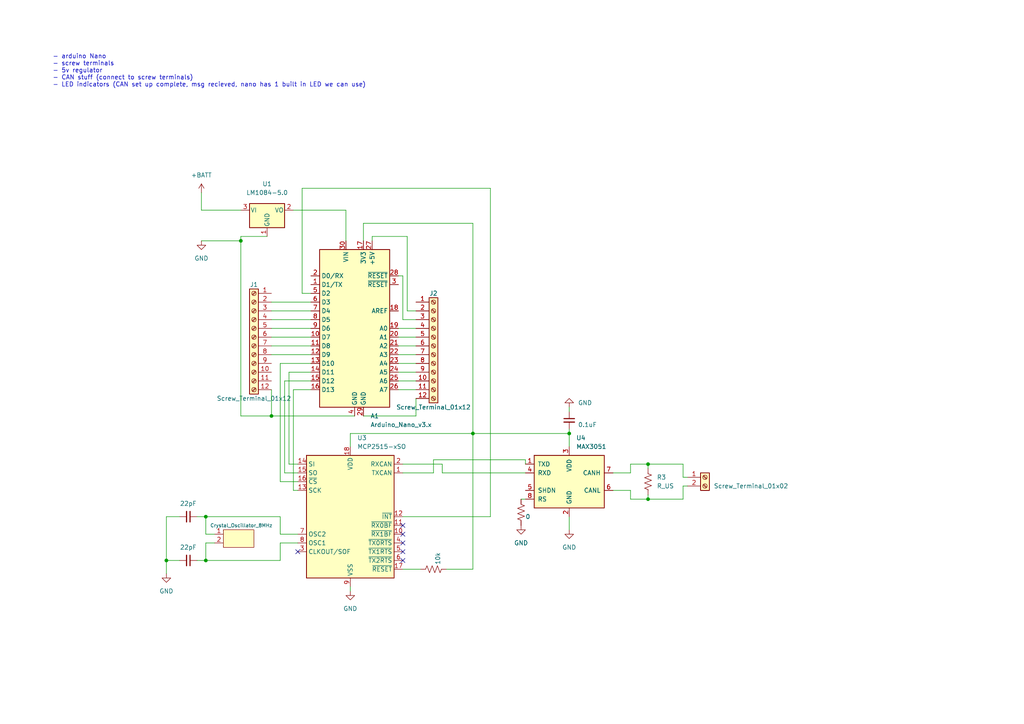
<source format=kicad_sch>
(kicad_sch (version 20211123) (generator eeschema)
  (paper "A4")
  (lib_symbols
    (symbol "Connector:Screw_Terminal_01x02" (pin_names (offset 1.016) hide)
      (property "Reference" "J" (at 0 2.54 0))
      (property "Value" "Screw_Terminal_01x02" (at 0 -5.08 0))
      (symbol "Screw_Terminal_01x02_1_1"
        (rectangle (start -1.27 1.27) (end 1.27 -3.81) (stroke (width 0.254)) (fill (type background)))
        (circle (center 0 -2.54) (radius 0.635) (stroke (width 0.1524)))
        (polyline (pts (xy -0.5334 -2.2098) (xy 0.3302 -3.048)) (stroke (width 0.1524)))
        (polyline (pts (xy -0.5334 0.3302) (xy 0.3302 -0.508)) (stroke (width 0.1524)))
        (polyline (pts (xy -0.3556 -2.032) (xy 0.508 -2.8702)) (stroke (width 0.1524)))
        (polyline (pts (xy -0.3556 0.508) (xy 0.508 -0.3302)) (stroke (width 0.1524)))
        (circle (center 0 0) (radius 0.635) (stroke (width 0.1524)))
        (pin passive line (at -5.08 0 0) (length 3.81) (name "Pin_1") (number "1"))
        (pin passive line (at -5.08 -2.54 0) (length 3.81) (name "Pin_2") (number "2"))
      )
    )
    (symbol "Connector:Screw_Terminal_01x12" (pin_names (offset 1.016) hide)
      (property "Reference" "J" (at 0 15.24 0))
      (property "Value" "Screw_Terminal_01x12" (at 0 -17.78 0))
      (symbol "Screw_Terminal_01x12_1_1"
        (rectangle (start -1.27 13.97) (end 1.27 -16.51) (stroke (width 0.254)) (fill (type background)))
        (circle (center 0 -15.24) (radius 0.635) (stroke (width 0.1524)))
        (circle (center 0 -12.7) (radius 0.635) (stroke (width 0.1524)))
        (circle (center 0 -10.16) (radius 0.635) (stroke (width 0.1524)))
        (circle (center 0 -7.62) (radius 0.635) (stroke (width 0.1524)))
        (circle (center 0 -5.08) (radius 0.635) (stroke (width 0.1524)))
        (circle (center 0 -2.54) (radius 0.635) (stroke (width 0.1524)))
        (polyline (pts (xy -0.5334 -14.9098) (xy 0.3302 -15.748)) (stroke (width 0.1524)))
        (polyline (pts (xy -0.5334 -12.3698) (xy 0.3302 -13.208)) (stroke (width 0.1524)))
        (polyline (pts (xy -0.5334 -9.8298) (xy 0.3302 -10.668)) (stroke (width 0.1524)))
        (polyline (pts (xy -0.5334 -7.2898) (xy 0.3302 -8.128)) (stroke (width 0.1524)))
        (polyline (pts (xy -0.5334 -4.7498) (xy 0.3302 -5.588)) (stroke (width 0.1524)))
        (polyline (pts (xy -0.5334 -2.2098) (xy 0.3302 -3.048)) (stroke (width 0.1524)))
        (polyline (pts (xy -0.5334 0.3302) (xy 0.3302 -0.508)) (stroke (width 0.1524)))
        (polyline (pts (xy -0.5334 2.8702) (xy 0.3302 2.032)) (stroke (width 0.1524)))
        (polyline (pts (xy -0.5334 5.4102) (xy 0.3302 4.572)) (stroke (width 0.1524)))
        (polyline (pts (xy -0.5334 7.9502) (xy 0.3302 7.112)) (stroke (width 0.1524)))
        (polyline (pts (xy -0.5334 10.4902) (xy 0.3302 9.652)) (stroke (width 0.1524)))
        (polyline (pts (xy -0.5334 13.0302) (xy 0.3302 12.192)) (stroke (width 0.1524)))
        (polyline (pts (xy -0.3556 -14.732) (xy 0.508 -15.5702)) (stroke (width 0.1524)))
        (polyline (pts (xy -0.3556 -12.192) (xy 0.508 -13.0302)) (stroke (width 0.1524)))
        (polyline (pts (xy -0.3556 -9.652) (xy 0.508 -10.4902)) (stroke (width 0.1524)))
        (polyline (pts (xy -0.3556 -7.112) (xy 0.508 -7.9502)) (stroke (width 0.1524)))
        (polyline (pts (xy -0.3556 -4.572) (xy 0.508 -5.4102)) (stroke (width 0.1524)))
        (polyline (pts (xy -0.3556 -2.032) (xy 0.508 -2.8702)) (stroke (width 0.1524)))
        (polyline (pts (xy -0.3556 0.508) (xy 0.508 -0.3302)) (stroke (width 0.1524)))
        (polyline (pts (xy -0.3556 3.048) (xy 0.508 2.2098)) (stroke (width 0.1524)))
        (polyline (pts (xy -0.3556 5.588) (xy 0.508 4.7498)) (stroke (width 0.1524)))
        (polyline (pts (xy -0.3556 8.128) (xy 0.508 7.2898)) (stroke (width 0.1524)))
        (polyline (pts (xy -0.3556 10.668) (xy 0.508 9.8298)) (stroke (width 0.1524)))
        (polyline (pts (xy -0.3556 13.208) (xy 0.508 12.3698)) (stroke (width 0.1524)))
        (circle (center 0 0) (radius 0.635) (stroke (width 0.1524)))
        (circle (center 0 2.54) (radius 0.635) (stroke (width 0.1524)))
        (circle (center 0 5.08) (radius 0.635) (stroke (width 0.1524)))
        (circle (center 0 7.62) (radius 0.635) (stroke (width 0.1524)))
        (circle (center 0 10.16) (radius 0.635) (stroke (width 0.1524)))
        (circle (center 0 12.7) (radius 0.635) (stroke (width 0.1524)))
        (pin passive line (at -5.08 12.7 0) (length 3.81) (name "Pin_1") (number "1"))
        (pin passive line (at -5.08 -10.16 0) (length 3.81) (name "Pin_10") (number "10"))
        (pin passive line (at -5.08 -12.7 0) (length 3.81) (name "Pin_11") (number "11"))
        (pin passive line (at -5.08 -15.24 0) (length 3.81) (name "Pin_12") (number "12"))
        (pin passive line (at -5.08 10.16 0) (length 3.81) (name "Pin_2") (number "2"))
        (pin passive line (at -5.08 7.62 0) (length 3.81) (name "Pin_3") (number "3"))
        (pin passive line (at -5.08 5.08 0) (length 3.81) (name "Pin_4") (number "4"))
        (pin passive line (at -5.08 2.54 0) (length 3.81) (name "Pin_5") (number "5"))
        (pin passive line (at -5.08 0 0) (length 3.81) (name "Pin_6") (number "6"))
        (pin passive line (at -5.08 -2.54 0) (length 3.81) (name "Pin_7") (number "7"))
        (pin passive line (at -5.08 -5.08 0) (length 3.81) (name "Pin_8") (number "8"))
        (pin passive line (at -5.08 -7.62 0) (length 3.81) (name "Pin_9") (number "9"))
      )
    )
    (symbol "Device:C_Small" (pin_numbers hide) (pin_names (offset 0.254) hide)
      (property "Reference" "C" (at 0.254 1.778 0))
      (property "Value" "C_Small" (at 0.254 -2.032 0))
      (symbol "C_Small_0_1"
        (polyline (pts (xy -1.524 -0.508) (xy 1.524 -0.508)) (stroke (width 0.3302)))
        (polyline (pts (xy -1.524 0.508) (xy 1.524 0.508)) (stroke (width 0.3048)))
      )
      (symbol "C_Small_1_1"
        (pin passive line (at 0 2.54 270) (length 2.032) (name "~") (number "1"))
        (pin passive line (at 0 -2.54 90) (length 2.032) (name "~") (number "2"))
      )
    )
    (symbol "Device:R_US" (pin_numbers hide) (pin_names (offset 0))
      (property "Reference" "R" (at 2.54 0 90))
      (property "Value" "R_US" (at -2.54 0 90))
      (symbol "R_US_0_1"
        (polyline (pts (xy 0 -2.286) (xy 0 -2.54)))
        (polyline (pts (xy 0 2.286) (xy 0 2.54)))
        (polyline (pts (xy 0 -0.762) (xy 1.016 -1.143) (xy 0 -1.524) (xy -1.016 -1.905) (xy 0 -2.286)))
        (polyline (pts (xy 0 0.762) (xy 1.016 0.381) (xy 0 0) (xy -1.016 -0.381) (xy 0 -0.762)))
        (polyline (pts (xy 0 2.286) (xy 1.016 1.905) (xy 0 1.524) (xy -1.016 1.143) (xy 0 0.762)))
      )
      (symbol "R_US_1_1"
        (pin passive line (at 0 3.81 270) (length 1.27) (name "~") (number "1"))
        (pin passive line (at 0 -3.81 90) (length 1.27) (name "~") (number "2"))
      )
    )
    (symbol "Interface_CAN_LIN:MCP2515-xSO"
      (property "Reference" "U" (at -10.16 19.685 0))
      (property "Value" "MCP2515-xSO" (at 19.05 20.32 0))
      (symbol "MCP2515-xSO_0_1"
        (rectangle (start -12.7 17.78) (end 12.7 -17.78) (stroke (width 0.254)) (fill (type background)))
      )
      (symbol "MCP2515-xSO_1_1"
        (pin output line (at 15.24 12.7 180) (length 2.54) (name "TXCAN") (number "1"))
        (pin output line (at 15.24 -5.08 180) (length 2.54) (name "~{RX1BF}") (number "10"))
        (pin output line (at 15.24 -2.54 180) (length 2.54) (name "~{RX0BF}") (number "11"))
        (pin output line (at 15.24 0 180) (length 2.54) (name "~{INT}") (number "12"))
        (pin input line (at -15.24 7.62 0) (length 2.54) (name "SCK") (number "13"))
        (pin input line (at -15.24 15.24 0) (length 2.54) (name "SI") (number "14"))
        (pin output line (at -15.24 12.7 0) (length 2.54) (name "SO") (number "15"))
        (pin input line (at -15.24 10.16 0) (length 2.54) (name "~{CS}") (number "16"))
        (pin input line (at 15.24 -15.24 180) (length 2.54) (name "~{RESET}") (number "17"))
        (pin power_in line (at 0 20.32 270) (length 2.54) (name "VDD") (number "18"))
        (pin input line (at 15.24 15.24 180) (length 2.54) (name "RXCAN") (number "2"))
        (pin output line (at -15.24 -10.16 0) (length 2.54) (name "CLKOUT/SOF") (number "3"))
        (pin input line (at 15.24 -7.62 180) (length 2.54) (name "~{TX0RTS}") (number "4"))
        (pin input line (at 15.24 -10.16 180) (length 2.54) (name "~{TX1RTS}") (number "5"))
        (pin input line (at 15.24 -12.7 180) (length 2.54) (name "~{TX2RTS}") (number "6"))
        (pin output line (at -15.24 -5.08 0) (length 2.54) (name "OSC2") (number "7"))
        (pin input line (at -15.24 -7.62 0) (length 2.54) (name "OSC1") (number "8"))
        (pin power_in line (at 0 -20.32 90) (length 2.54) (name "VSS") (number "9"))
      )
    )
    (symbol "Interface_UART:MAX3051" (pin_names (offset 1.016))
      (property "Reference" "U" (at -10.16 8.89 0))
      (property "Value" "MAX3051" (at 2.54 8.89 0))
      (symbol "MAX3051_0_1"
        (rectangle (start -10.16 7.62) (end 10.16 -7.62) (stroke (width 0.254)) (fill (type background)))
      )
      (symbol "MAX3051_1_1"
        (pin input line (at -12.7 5.08 0) (length 2.54) (name "TXD") (number "1"))
        (pin power_in line (at 0 -10.16 90) (length 2.54) (name "GND") (number "2"))
        (pin power_in line (at 0 10.16 270) (length 2.54) (name "VDD") (number "3"))
        (pin output line (at -12.7 2.54 0) (length 2.54) (name "RXD") (number "4"))
        (pin input line (at -12.7 -2.54 0) (length 2.54) (name "SHDN") (number "5"))
        (pin bidirectional line (at 12.7 -2.54 180) (length 2.54) (name "CANL") (number "6"))
        (pin bidirectional line (at 12.7 2.54 180) (length 2.54) (name "CANH") (number "7"))
        (pin input line (at -12.7 -5.08 0) (length 2.54) (name "RS") (number "8"))
      )
    )
    (symbol "MCU_Module:Arduino_Nano_v3.x"
      (property "Reference" "A" (at -10.16 23.495 0))
      (property "Value" "Arduino_Nano_v3.x" (at 5.08 -24.13 0))
      (symbol "Arduino_Nano_v3.x_0_1"
        (rectangle (start -10.16 22.86) (end 10.16 -22.86) (stroke (width 0.254)) (fill (type background)))
      )
      (symbol "Arduino_Nano_v3.x_1_1"
        (pin bidirectional line (at -12.7 12.7 0) (length 2.54) (name "D1/TX") (number "1"))
        (pin bidirectional line (at -12.7 -2.54 0) (length 2.54) (name "D7") (number "10"))
        (pin bidirectional line (at -12.7 -5.08 0) (length 2.54) (name "D8") (number "11"))
        (pin bidirectional line (at -12.7 -7.62 0) (length 2.54) (name "D9") (number "12"))
        (pin bidirectional line (at -12.7 -10.16 0) (length 2.54) (name "D10") (number "13"))
        (pin bidirectional line (at -12.7 -12.7 0) (length 2.54) (name "D11") (number "14"))
        (pin bidirectional line (at -12.7 -15.24 0) (length 2.54) (name "D12") (number "15"))
        (pin bidirectional line (at -12.7 -17.78 0) (length 2.54) (name "D13") (number "16"))
        (pin power_out line (at 2.54 25.4 270) (length 2.54) (name "3V3") (number "17"))
        (pin input line (at 12.7 5.08 180) (length 2.54) (name "AREF") (number "18"))
        (pin bidirectional line (at 12.7 0 180) (length 2.54) (name "A0") (number "19"))
        (pin bidirectional line (at -12.7 15.24 0) (length 2.54) (name "D0/RX") (number "2"))
        (pin bidirectional line (at 12.7 -2.54 180) (length 2.54) (name "A1") (number "20"))
        (pin bidirectional line (at 12.7 -5.08 180) (length 2.54) (name "A2") (number "21"))
        (pin bidirectional line (at 12.7 -7.62 180) (length 2.54) (name "A3") (number "22"))
        (pin bidirectional line (at 12.7 -10.16 180) (length 2.54) (name "A4") (number "23"))
        (pin bidirectional line (at 12.7 -12.7 180) (length 2.54) (name "A5") (number "24"))
        (pin bidirectional line (at 12.7 -15.24 180) (length 2.54) (name "A6") (number "25"))
        (pin bidirectional line (at 12.7 -17.78 180) (length 2.54) (name "A7") (number "26"))
        (pin power_out line (at 5.08 25.4 270) (length 2.54) (name "+5V") (number "27"))
        (pin input line (at 12.7 15.24 180) (length 2.54) (name "~{RESET}") (number "28"))
        (pin power_in line (at 2.54 -25.4 90) (length 2.54) (name "GND") (number "29"))
        (pin input line (at 12.7 12.7 180) (length 2.54) (name "~{RESET}") (number "3"))
        (pin power_in line (at -2.54 25.4 270) (length 2.54) (name "VIN") (number "30"))
        (pin power_in line (at 0 -25.4 90) (length 2.54) (name "GND") (number "4"))
        (pin bidirectional line (at -12.7 10.16 0) (length 2.54) (name "D2") (number "5"))
        (pin bidirectional line (at -12.7 7.62 0) (length 2.54) (name "D3") (number "6"))
        (pin bidirectional line (at -12.7 5.08 0) (length 2.54) (name "D4") (number "7"))
        (pin bidirectional line (at -12.7 2.54 0) (length 2.54) (name "D5") (number "8"))
        (pin bidirectional line (at -12.7 0 0) (length 2.54) (name "D6") (number "9"))
      )
    )
    (symbol "Regulator_Linear:LM1084-5.0" (pin_names (offset 0.254))
      (property "Reference" "U" (at -3.81 3.175 0))
      (property "Value" "LM1084-5.0" (at 0 3.175 0))
      (symbol "LM1084-5.0_0_1"
        (rectangle (start -5.08 1.905) (end 5.08 -5.08) (stroke (width 0.254)) (fill (type background)))
      )
      (symbol "LM1084-5.0_1_1"
        (pin power_in line (at 0 -7.62 90) (length 2.54) (name "GND") (number "1"))
        (pin power_out line (at 7.62 0 180) (length 2.54) (name "VO") (number "2"))
        (pin power_in line (at -7.62 0 0) (length 2.54) (name "VI") (number "3"))
      )
    )
    (symbol "customSymbols:Crystal_Oscillator_8MHz"
      (property "Reference" "U?" (at 5.08 1.2701 0))
      (property "Value" "Crystal_Oscillator_8MHz" (at -11.43 3.81 0))
      (symbol "Crystal_Oscillator_8MHz_0_1"
        (rectangle (start -5.08 2.54) (end 3.81 -2.54) (fill (type background)))
      )
      (symbol "Crystal_Oscillator_8MHz_1_1"
        (pin input line (at -7.62 1.27 0) (length 2.54) (name "") (number "1"))
        (pin input line (at -7.62 -1.27 0) (length 2.54) (name "") (number "2"))
      )
    )
    (symbol "power:+BATT" (power) (pin_names (offset 0))
      (property "Value" "+BATT" (at 0 3.556 0))
      (symbol "+BATT_0_1"
        (polyline (pts (xy -0.762 1.27) (xy 0 2.54)))
        (polyline (pts (xy 0 0) (xy 0 2.54)))
        (polyline (pts (xy 0 2.54) (xy 0.762 1.27)))
      )
      (symbol "+BATT_1_1"
        (pin power_in line (at 0 0 90) (length 0) hide (name "+BATT") (number "1"))
      )
    )
    (symbol "power:GND" (power) (pin_names (offset 0))
      (property "Value" "GND" (at 0 -3.81 0))
      (symbol "GND_0_1"
        (polyline (pts (xy 0 0) (xy 0 -1.27) (xy 1.27 -1.27) (xy 0 -2.54) (xy -1.27 -1.27) (xy 0 -1.27)))
      )
      (symbol "GND_1_1"
        (pin power_in line (at 0 0 270) (length 0) hide (name "GND") (number "1"))
      )
    )
  )
  (junction (at 59.69 162.56))
  (junction (at 137.16 125.73))
  (junction (at 69.85 69.85))
  (junction (at 165.1 125.73))
  (junction (at 78.74 120.65))
  (junction (at 187.96 134.62))
  (junction (at 59.69 149.86))
  (junction (at 187.96 144.78))
  (junction (at 48.26 162.56))
  (no_connect (at 116.84 157.48))
  (no_connect (at 116.84 160.02))
  (no_connect (at 116.84 162.56))
  (no_connect (at 86.36 160.02))
  (no_connect (at 116.84 152.4))
  (no_connect (at 116.84 154.94))
  (wire (pts (xy 182.88 144.78) (xy 187.96 144.78)))
  (wire (pts (xy 105.41 64.77) (xy 137.16 64.77)))
  (wire (pts (xy 198.12 140.97) (xy 198.12 144.78)))
  (wire (pts (xy 152.4 137.16) (xy 128.27 137.16)))
  (wire (pts (xy 83.82 134.62) (xy 83.82 107.95)))
  (wire (pts (xy 78.74 120.65) (xy 102.87 120.65)))
  (wire (pts (xy 78.74 90.17) (xy 90.17 90.17)))
  (wire (pts (xy 69.85 68.58) (xy 77.47 68.58)))
  (wire (pts (xy 105.41 120.65) (xy 120.65 120.65)))
  (wire (pts (xy 78.74 87.63) (xy 90.17 87.63)))
  (wire (pts (xy 78.74 95.25) (xy 90.17 95.25)))
  (wire (pts (xy 115.57 113.03) (xy 120.65 113.03)))
  (wire (pts (xy 120.65 92.71) (xy 116.84 92.71)))
  (wire (pts (xy 187.96 134.62) (xy 198.12 134.62)))
  (wire (pts (xy 116.84 80.01) (xy 115.57 80.01)))
  (wire (pts (xy 48.26 162.56) (xy 52.07 162.56)))
  (wire (pts (xy 128.27 134.62) (xy 116.84 134.62)))
  (wire (pts (xy 107.95 68.58) (xy 118.11 68.58)))
  (wire (pts (xy 83.82 134.62) (xy 86.36 134.62)))
  (wire (pts (xy 128.27 137.16) (xy 128.27 134.62)))
  (wire (pts (xy 82.55 137.16) (xy 82.55 110.49)))
  (wire (pts (xy 137.16 64.77) (xy 137.16 125.73)))
  (wire (pts (xy 100.33 60.96) (xy 100.33 69.85)))
  (wire (pts (xy 48.26 149.86) (xy 52.07 149.86)))
  (wire (pts (xy 82.55 110.49) (xy 90.17 110.49)))
  (wire (pts (xy 78.74 113.03) (xy 78.74 120.65)))
  (wire (pts (xy 85.09 113.03) (xy 90.17 113.03)))
  (wire (pts (xy 81.28 157.48) (xy 81.28 162.56)))
  (wire (pts (xy 118.11 90.17) (xy 120.65 90.17)))
  (wire (pts (xy 62.23 154.94) (xy 59.69 154.94)))
  (wire (pts (xy 137.16 125.73) (xy 165.1 125.73)))
  (wire (pts (xy 177.8 137.16) (xy 182.88 137.16)))
  (wire (pts (xy 121.92 165.1) (xy 116.84 165.1)))
  (wire (pts (xy 58.42 55.88) (xy 58.42 60.96)))
  (wire (pts (xy 187.96 144.78) (xy 187.96 143.51)))
  (wire (pts (xy 105.41 64.77) (xy 105.41 69.85)))
  (wire (pts (xy 59.69 154.94) (xy 59.69 149.86)))
  (wire (pts (xy 199.39 138.43) (xy 198.12 138.43)))
  (wire (pts (xy 69.85 120.65) (xy 69.85 69.85)))
  (wire (pts (xy 177.8 142.24) (xy 182.88 142.24)))
  (wire (pts (xy 59.69 149.86) (xy 81.28 149.86)))
  (wire (pts (xy 107.95 69.85) (xy 107.95 68.58)))
  (wire (pts (xy 142.24 54.61) (xy 87.63 54.61)))
  (wire (pts (xy 125.73 133.35) (xy 152.4 133.35)))
  (wire (pts (xy 81.28 149.86) (xy 81.28 154.94)))
  (wire (pts (xy 165.1 153.67) (xy 165.1 149.86)))
  (wire (pts (xy 116.84 149.86) (xy 142.24 149.86)))
  (wire (pts (xy 87.63 54.61) (xy 87.63 85.09)))
  (wire (pts (xy 182.88 142.24) (xy 182.88 144.78)))
  (wire (pts (xy 101.6 125.73) (xy 137.16 125.73)))
  (wire (pts (xy 116.84 137.16) (xy 125.73 137.16)))
  (wire (pts (xy 165.1 125.73) (xy 165.1 129.54)))
  (wire (pts (xy 187.96 134.62) (xy 187.96 135.89)))
  (wire (pts (xy 165.1 124.46) (xy 165.1 125.73)))
  (wire (pts (xy 81.28 105.41) (xy 90.17 105.41)))
  (wire (pts (xy 57.15 149.86) (xy 59.69 149.86)))
  (wire (pts (xy 83.82 107.95) (xy 90.17 107.95)))
  (wire (pts (xy 101.6 129.54) (xy 101.6 125.73)))
  (wire (pts (xy 115.57 107.95) (xy 120.65 107.95)))
  (wire (pts (xy 58.42 60.96) (xy 69.85 60.96)))
  (wire (pts (xy 48.26 162.56) (xy 48.26 149.86)))
  (wire (pts (xy 115.57 105.41) (xy 120.65 105.41)))
  (wire (pts (xy 86.36 137.16) (xy 82.55 137.16)))
  (wire (pts (xy 86.36 154.94) (xy 81.28 154.94)))
  (wire (pts (xy 115.57 97.79) (xy 120.65 97.79)))
  (wire (pts (xy 86.36 139.7) (xy 81.28 139.7)))
  (wire (pts (xy 151.13 144.78) (xy 152.4 144.78)))
  (wire (pts (xy 101.6 171.45) (xy 101.6 170.18)))
  (wire (pts (xy 115.57 95.25) (xy 120.65 95.25)))
  (wire (pts (xy 58.42 69.85) (xy 69.85 69.85)))
  (wire (pts (xy 57.15 162.56) (xy 59.69 162.56)))
  (wire (pts (xy 198.12 138.43) (xy 198.12 134.62)))
  (wire (pts (xy 87.63 85.09) (xy 90.17 85.09)))
  (wire (pts (xy 120.65 120.65) (xy 120.65 115.57)))
  (wire (pts (xy 86.36 157.48) (xy 81.28 157.48)))
  (wire (pts (xy 118.11 68.58) (xy 118.11 90.17)))
  (wire (pts (xy 152.4 133.35) (xy 152.4 134.62)))
  (wire (pts (xy 115.57 102.87) (xy 120.65 102.87)))
  (wire (pts (xy 48.26 166.37) (xy 48.26 162.56)))
  (wire (pts (xy 86.36 142.24) (xy 85.09 142.24)))
  (wire (pts (xy 81.28 139.7) (xy 81.28 105.41)))
  (wire (pts (xy 129.54 165.1) (xy 137.16 165.1)))
  (wire (pts (xy 78.74 100.33) (xy 90.17 100.33)))
  (wire (pts (xy 62.23 157.48) (xy 59.69 157.48)))
  (wire (pts (xy 198.12 144.78) (xy 187.96 144.78)))
  (wire (pts (xy 85.09 142.24) (xy 85.09 113.03)))
  (wire (pts (xy 116.84 92.71) (xy 116.84 80.01)))
  (wire (pts (xy 85.09 60.96) (xy 100.33 60.96)))
  (wire (pts (xy 59.69 157.48) (xy 59.69 162.56)))
  (wire (pts (xy 78.74 92.71) (xy 90.17 92.71)))
  (wire (pts (xy 199.39 140.97) (xy 198.12 140.97)))
  (wire (pts (xy 115.57 100.33) (xy 120.65 100.33)))
  (wire (pts (xy 182.88 137.16) (xy 182.88 134.62)))
  (wire (pts (xy 69.85 120.65) (xy 78.74 120.65)))
  (wire (pts (xy 137.16 125.73) (xy 137.16 165.1)))
  (wire (pts (xy 165.1 118.11) (xy 165.1 119.38)))
  (wire (pts (xy 59.69 162.56) (xy 81.28 162.56)))
  (wire (pts (xy 142.24 149.86) (xy 142.24 54.61)))
  (wire (pts (xy 69.85 69.85) (xy 69.85 68.58)))
  (wire (pts (xy 115.57 110.49) (xy 120.65 110.49)))
  (wire (pts (xy 78.74 102.87) (xy 90.17 102.87)))
  (wire (pts (xy 125.73 137.16) (xy 125.73 133.35)))
  (wire (pts (xy 182.88 134.62) (xy 187.96 134.62)))
  (wire (pts (xy 78.74 97.79) (xy 90.17 97.79)))
  (text "- arduino Nano\n- screw terminals\n- 5v regulator\n- CAN stuff (connect to screw terminals)\n- LED indicators (CAN set up complete, msg recieved, nano has 1 built in LED we can use)" (at 15.24 25.4 0) (effects (font (size 1.27 1.27)) (justify left bottom)))
  (symbol (lib_id "power:+BATT") (at 58.42 55.88 0) (unit 1)
    (property "Reference" "#PWR0102" (effects hide))
    (property "Value" "+BATT" (at 58.42 50.8 0))
  )
  (symbol (lib_id "power:GND") (at 101.6 171.45 0) (unit 1)
    (property "Reference" "#PWR0103" (effects hide))
    (property "Value" "GND" (at 101.6 176.53 0))
  )
  (symbol (lib_id "Connector:Screw_Terminal_01x12") (at 125.73 100.33 0) (unit 1)
    (property "Reference" "J2" (at 125.73 85.09 0))
    (property "Value" "Screw_Terminal_01x12" (at 125.73 118.11 0))
    (property "Footprint" "TerminalBlock_4Ucon:TerminalBlock_4Ucon_1x12_P3.50mm_Horizontal" (effects hide))
  )
  (symbol (lib_id "Device:R_US") (at 125.73 165.1 90) (unit 1)
    (property "Reference" "R2" (effects hide))
    (property "Value" "10k" (at 127 163.83 0) (effects (justify left)))
    (property "Footprint" "Resistor_SMD:R_0805_2012Metric" (effects hide))
  )
  (symbol (lib_id "power:GND") (at 58.42 69.85 0) (unit 1)
    (property "Reference" "#PWR0101" (effects hide))
    (property "Value" "GND" (at 58.42 74.93 0))
  )
  (symbol (lib_id "Connector:Screw_Terminal_01x12") (at 73.66 97.79 0) (mirror y) (unit 1)
    (property "Reference" "J1" (at 73.66 82.55 0))
    (property "Value" "Screw_Terminal_01x12" (at 73.66 115.57 0))
    (property "Footprint" "TerminalBlock_4Ucon:TerminalBlock_4Ucon_1x12_P3.50mm_Horizontal" (effects hide))
  )
  (symbol (lib_id "Device:C_Small") (at 54.61 162.56 270) (unit 1)
    (property "Reference" "C3" (effects hide))
    (property "Value" "22pF" (at 54.6036 158.75 90))
    (property "Footprint" "Capacitor_SMD:C_0805_2012Metric" (effects hide))
  )
  (symbol (lib_id "customSymbols:Crystal_Oscillator_8MHz") (at 69.85 156.21 0) (unit 1)
    (property "Reference" "U2" (effects hide))
    (property "Value" "Crystal_Oscillator_8MHz" (at 60.96 152.4 0) (effects (font (size 1 1)) (justify left)))
    (property "Footprint" "LFXTAL:LFXTAL057135Bulk" (effects hide))
  )
  (symbol (lib_id "Regulator_Linear:LM1084-5.0") (at 77.47 60.96 0) (unit 1)
    (property "Reference" "U1" (at 77.47 53.34 0))
    (property "Value" "LM1084-5.0" (at 77.47 55.88 0))
    (property "Footprint" "Package_TO_SOT_THT:TO-220F-3_Horizontal_TabDown" (effects hide))
    (property "Datasheet" "http://www.ti.com/lit/ds/symlink/lm1084.pdf" (effects hide))
  )
  (symbol (lib_id "MCU_Module:Arduino_Nano_v3.x") (at 102.87 95.25 0) (unit 1)
    (property "Reference" "A1" (at 107.4294 120.65 0) (effects (justify left)))
    (property "Value" "Arduino_Nano_v3.x" (at 107.4294 123.19 0) (effects (justify left)))
    (property "Footprint" "Module:Arduino_Nano" (effects hide))
    (property "Datasheet" "http://www.mouser.com/pdfdocs/Gravitech_Arduino_Nano3_0.pdf" (effects hide))
  )
  (symbol (lib_id "Interface_UART:MAX3051") (at 165.1 139.7 0) (unit 1)
    (property "Reference" "U4" (at 167.1194 127 0) (effects (justify left)))
    (property "Value" "MAX3051" (at 167.1194 129.54 0) (effects (justify left)))
    (property "Footprint" "MAX3051:SOIC127P600X175-8N" (effects hide))
    (property "Datasheet" "http://datasheets.maximintegrated.com/en/ds/MAX3051.pdf" (effects hide))
  )
  (symbol (lib_id "Connector:Screw_Terminal_01x02") (at 204.47 138.43 0) (unit 1)
    (property "Reference" "J3" (effects hide))
    (property "Value" "Screw_Terminal_01x02" (at 207.01 140.9699 0) (effects (justify left)))
    (property "Footprint" "TerminalBlock_4Ucon:TerminalBlock_4Ucon_1x02_P3.50mm_Horizontal" (effects hide))
  )
  (symbol (lib_id "power:GND") (at 165.1 118.11 180) (unit 1)
    (property "Reference" "#PWR0107" (effects hide))
    (property "Value" "GND" (at 167.64 116.8399 0) (effects (justify right)))
  )
  (symbol (lib_id "power:GND") (at 151.13 152.4 0) (unit 1)
    (property "Reference" "#PWR0105" (effects hide))
    (property "Value" "GND" (at 151.13 157.48 0))
  )
  (symbol (lib_id "Interface_CAN_LIN:MCP2515-xSO") (at 101.6 149.86 0) (unit 1)
    (property "Reference" "U3" (at 103.6194 127 0) (effects (justify left)))
    (property "Value" "MCP2515-xSO" (at 103.6194 129.54 0) (effects (justify left)))
    (property "Footprint" "MCP2515_SMD:SOIC127P1030X265-18N" (effects hide))
    (property "Datasheet" "http://ww1.microchip.com/downloads/en/DeviceDoc/21801e.pdf" (effects hide))
  )
  (symbol (lib_id "power:GND") (at 165.1 153.67 0) (unit 1)
    (property "Reference" "#PWR0106" (effects hide))
    (property "Value" "GND" (at 165.1 158.75 0))
  )
  (symbol (lib_id "Device:R_US") (at 187.96 139.7 0) (unit 1)
    (property "Reference" "R3" (at 190.5 138.4299 0) (effects (justify left)))
    (property "Value" "R_US" (at 190.5 140.9699 0) (effects (justify left)))
    (property "Footprint" "Resistor_SMD:R_0805_2012Metric" (effects hide))
  )
  (symbol (lib_id "power:GND") (at 48.26 166.37 0) (unit 1)
    (property "Reference" "#PWR0104" (effects hide))
    (property "Value" "GND" (at 48.26 171.45 0))
  )
  (symbol (lib_id "Device:C_Small") (at 165.1 121.92 0) (unit 1)
    (property "Reference" "C1" (effects hide))
    (property "Value" "0.1uF" (at 167.64 123.1962 0) (effects (justify left)))
    (property "Footprint" "Capacitor_SMD:C_0805_2012Metric" (effects hide))
  )
  (symbol (lib_id "Device:C_Small") (at 54.61 149.86 270) (unit 1)
    (property "Reference" "C2" (effects hide))
    (property "Value" "22pF" (at 54.6036 146.05 90))
    (property "Footprint" "Capacitor_SMD:C_0805_2012Metric" (effects hide))
  )
  (symbol (lib_id "Device:R_US") (at 151.13 148.59 0) (unit 1)
    (property "Reference" "R1" (effects hide))
    (property "Value" "0" (at 152.4 149.86 0) (effects (justify left)))
    (property "Footprint" "Resistor_SMD:R_0805_2012Metric" (effects hide))
  )
)
</source>
